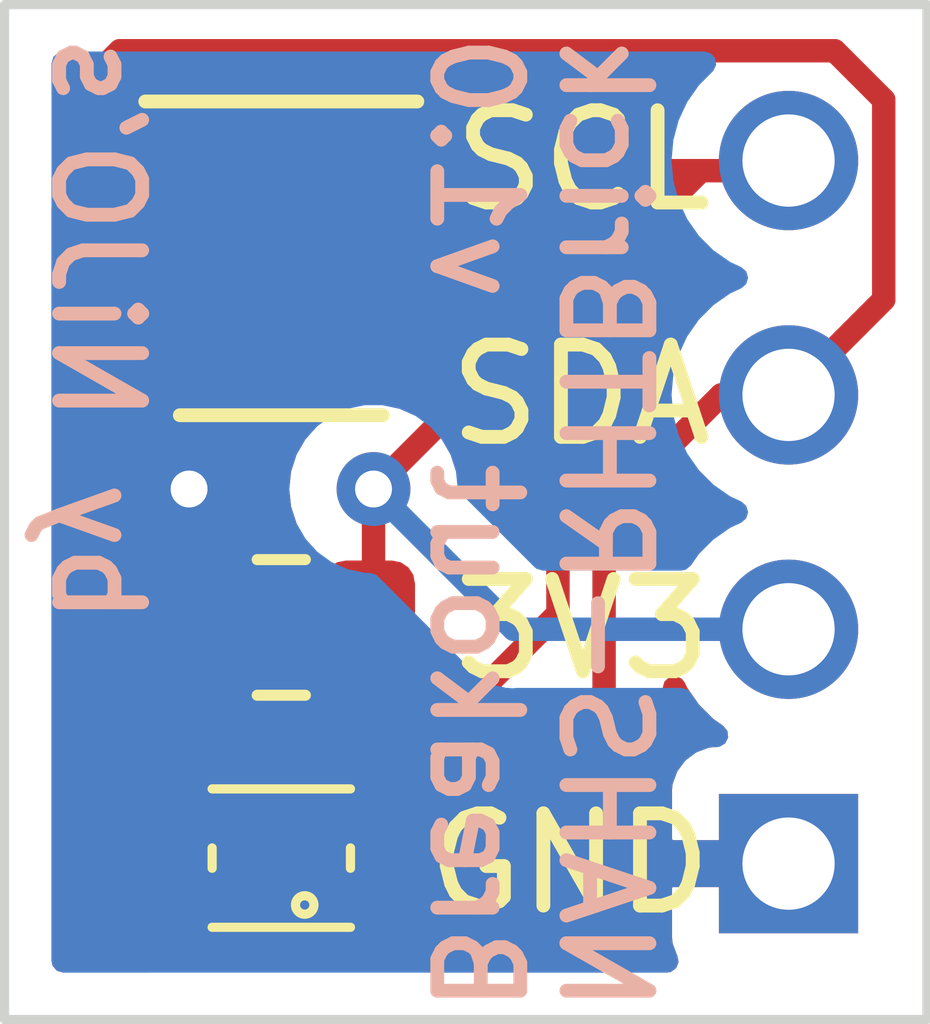
<source format=kicad_pcb>
(kicad_pcb (version 20211014) (generator pcbnew)
  (layers (0 "F.Cu" jumper) (31 "B.Cu" signal) (34 "B.Paste" user) (35 "F.Paste" user) (36 "B.SilkS" user "B.Silkscreen") (37 "F.SilkS" user "F.Silkscreen") (38 "B.Mask" user) (39 "F.Mask" user) (44 "Edge.Cuts" user))
  (net 0 "")
  (net 1 "GND")
  (net 5 "+3V3")
  (net 6 "SDA")
  (net 7 "SCL")
  (footprint "no_pinhd:PINHD_1X04_2.54_1mm_Round" (layer "F.Cu") (at 148.5 105.5 90)
    (property "Reference" "JP1")
    (property "Value" "RHT-ALT")
    (fp_text reference "JP1" hide)
    (fp_text value "PINHD_1X04" hide)
    (pad "1" thru_hole rect (at -3.81 0 90) (size 1.51 1.51) (drill 1) (layers *.Cu *.Mask) (net 1 "GND"))
    (pad "2" thru_hole circle (at -1.27 0 90) (size 1.51 1.51) (drill 1) (layers *.Cu *.Mask) (net 5 "+3V3"))
    (pad "3" thru_hole circle (at 1.27 0 90) (size 1.51 1.51) (drill 1) (layers *.Cu *.Mask) (net 6 "SDA"))
    (pad "4" thru_hole circle (at 3.81 0 90) (size 1.51 1.51) (drill 1) (layers *.Cu *.Mask) (net 7 "SCL"))
  )
  (footprint "no_common:C_0805_2012Metric" (layer "F.Cu") (at 143 106.75 180)
    (property "Reference" "C1")
    (property "Value" "100nF")
    (fp_text reference "C1" hide)
    (fp_text value "100nF" hide)
    (fp_line (start -0.261252 -0.735) (end 0.261252 -0.735) (layer "F.SilkS") (width 0.12))
    (fp_line (start -0.261252 0.735) (end 0.261252 0.735) (layer "F.SilkS") (width 0.12))
    (pad "1" smd roundrect (at -0.95 0 180) (size 1 1.45) (layers "F.Cu" "F.Mask") (net 5 "+3V3"))
    (pad "2" smd roundrect (at 0.95 0 180) (size 1 1.45) (layers "F.Cu" "F.Mask") (net 1 "GND"))
  )
  (footprint "Package_SON:Texas_PWSON-N6" (layer "F.Cu") (at 143 102.75)
    (fp_text reference "U1" hide)
    (fp_text value "HDC1080" hide)
    (fp_line (start 1.475 -1.7) (end -1.475 -1.7) (layer "F.SilkS") (width 0.15))
    (fp_line (start 1.1 1.7) (end -1.1 1.7) (layer "F.SilkS") (width 0.15))
    (pad "1" smd rect (at -1.4 -0.95) (size 0.6 0.4) (layers "F.Cu" "F.Paste" "F.Mask") (net 6 "SDA"))
    (pad "2" smd rect (at -1.4 0) (size 0.6 0.4) (layers "F.Cu" "F.Paste" "F.Mask") (net 1 "GND"))
    (pad "3" smd rect (at -1.4 0.95) (size 0.6 0.4) (layers "F.Cu" "F.Paste" "F.Mask"))
    (pad "4" smd rect (at 1.4 0.95) (size 0.6 0.4) (layers "F.Cu" "F.Paste" "F.Mask"))
    (pad "5" smd rect (at 1.4 0) (size 0.6 0.4) (layers "F.Cu" "F.Paste" "F.Mask") (net 5 "+3V3"))
    (pad "6" smd rect (at 1.4 -0.95) (size 0.6 0.4) (layers "F.Cu" "F.Paste" "F.Mask") (net 7 "SCL"))
    (pad "7" smd rect (at 0 0) (size 1.5 2.4) (layers "F.Cu" "F.Paste" "F.Mask"))
  )
  (footprint "no_common:SHT4xA" (layer "F.Cu") (at 143 109.25 180)
    (fp_text reference "U2" hide)
    (fp_text value "SHT40A" hide)
    (fp_line (start -0.75 0.75) (end 0.75 0.75) (layer "F.SilkS") (width 0.1))
    (fp_line (start -0.75 -0.11) (end -0.75 0.11) (layer "F.SilkS") (width 0.1))
    (fp_line (start 0.75 -0.11) (end 0.75 0.11) (layer "F.SilkS") (width 0.1))
    (fp_line (start -0.75 -0.75) (end 0.75 -0.75) (layer "F.SilkS") (width 0.1))
    (fp_circle (center -0.254 -0.508) (end -0.154 -0.508) (layer "F.SilkS") (width 0.1) (fill none))
    (pad "1" smd rect (at -0.75 -0.4 180) (size 0.6 0.45) (layers "F.Cu" "F.Paste" "F.Mask") (net 6 "SDA"))
    (pad "2" smd rect (at -0.75 0.4 180) (size 0.6 0.45) (layers "F.Cu" "F.Paste" "F.Mask") (net 7 "SCL"))
    (pad "3" smd rect (at 0.75 0.4 180) (size 0.6 0.45) (layers "F.Cu" "F.Paste" "F.Mask") (net 5 "+3V3"))
    (pad "4" smd rect (at 0.75 -0.4 180) (size 0.6 0.45) (layers "F.Cu" "F.Paste" "F.Mask") (net 1 "GND"))
    (zone (net 0) (net_name "") (layer "F.Cu") (connect_pads (clearance 0)) (min_thickness 0.254)
      (keepout (tracks not_allowed) (vias not_allowed) (pads not_allowed) (copperpour not_allowed) (footprints allowed))
      (fill (thermal_gap 0.508) (thermal_bridge_width 0.508))
      (polygon (pts (xy 142.619 108.615) (xy 143.381 108.615) (xy 143.381 109.885) (xy 142.619 109.885)))
    )
  )
  (gr_line (start 140 111) (end 140 100) (layer "Edge.Cuts") (width 0.1))
  (gr_line (start 150 100) (end 150 111) (layer "Edge.Cuts") (width 0.1))
  (gr_line (start 150 111) (end 140 111) (layer "Edge.Cuts") (width 0.1))
  (gr_line (start 140 100) (end 150 100) (layer "Edge.Cuts") (width 0.1))
  (gr_text "v1.0" (at 145.1 100.25 270) (layer "B.SilkS") (effects (font (size 0.9 0.9)) (justify right mirror)))
  (gr_text "by NiJO's" (at 141 100.25 270) (layer "B.SilkS") (effects (font (size 0.9 0.9)) (justify right mirror)))
  (gr_text "NAHS-RHTBrick" (at 146.5 111 270) (layer "B.SilkS") (effects (font (size 0.9 0.9)) (justify left mirror)))
  (gr_text "Breakout" (at 145.1 111 270) (layer "B.SilkS") (effects (font (size 0.9 0.9)) (justify left mirror)))
  (gr_text "3V3" (at 147.75 106.77) (layer "F.SilkS") (effects (font (size 1 1)) (justify right)))
  (gr_text "GND" (at 147.75 109.31) (layer "F.SilkS") (effects (font (size 1 1)) (justify right)))
  (gr_text "SDA" (at 147.75 104.23) (layer "F.SilkS") (effects (font (size 1 1)) (justify right)))
  (gr_text "SCL" (at 147.75 101.69) (layer "F.SilkS") (effects (font (size 1 1)) (justify right)))
  (segment (start 142 105.25) (end 140.75 104) (width 0.254) (layer "F.Cu") (net 1))
  (segment (start 141.65 109.65) (end 141.5 109.5) (width 0.254) (layer "F.Cu") (net 1))
  (segment (start 141.5 107.3) (end 142.05 106.75) (width 0.254) (layer "F.Cu") (net 1))
  (segment (start 142 106.7) (end 142.05 106.75) (width 0.254) (layer "F.Cu") (net 1))
  (segment (start 142.25 109.65) (end 141.65 109.65) (width 0.254) (layer "F.Cu") (net 1))
  (segment (start 141.5 109.5) (end 141.5 107.3) (width 0.254) (layer "F.Cu") (net 1))
  (segment (start 140.75 103.5) (end 141.5 102.75) (width 0.254) (layer "F.Cu") (net 1))
  (segment (start 141.5 102.75) (end 141.6 102.75) (width 0.254) (layer "F.Cu") (net 1))
  (segment (start 142 105.25) (end 142 106.7) (width 0.254) (layer "F.Cu") (net 1))
  (segment (start 140.75 104) (end 140.75 103.5) (width 0.254) (layer "F.Cu") (net 1))
  (via (at 142 105.25) (size 0.8) (drill 0.4) (layers "F.Cu" "B.Cu") (net 1))
  (segment (start 148.5 109.31) (end 146.06 109.31) (width 0.254) (layer "B.Cu") (net 1))
  (segment (start 146.06 109.31) (end 142 105.25) (width 0.254) (layer "B.Cu") (net 1))
  (segment (start 145.25 103.496) (end 144.504 102.75) (width 0.254) (layer "F.Cu") (net 5))
  (segment (start 143.95 107.104394) (end 143.95 106.75) (width 0.254) (layer "F.Cu") (net 5))
  (segment (start 142.25 108.804394) (end 143.95 107.104394) (width 0.254) (layer "F.Cu") (net 5))
  (segment (start 144 105.25) (end 145.25 104) (width 0.254) (layer "F.Cu") (net 5))
  (segment (start 144 106.7) (end 143.95 106.75) (width 0.254) (layer "F.Cu") (net 5))
  (segment (start 144.504 102.75) (end 144.4 102.75) (width 0.254) (layer "F.Cu") (net 5))
  (segment (start 144 105.25) (end 144 106.7) (width 0.254) (layer "F.Cu") (net 5))
  (segment (start 145.25 104) (end 145.25 103.496) (width 0.254) (layer "F.Cu") (net 5))
  (segment (start 142.25 108.85) (end 142.25 108.804394) (width 0.254) (layer "F.Cu") (net 5))
  (via (at 144 105.25) (size 0.8) (drill 0.4) (layers "F.Cu" "B.Cu") (net 5))
  (segment (start 148.5 106.77) (end 145.52 106.77) (width 0.254) (layer "B.Cu") (net 5))
  (segment (start 145.52 106.77) (end 144 105.25) (width 0.254) (layer "B.Cu") (net 5))
  (segment (start 144.304 109.65) (end 146.5 107.454) (width 0.254) (layer "F.Cu") (net 6))
  (segment (start 141 101.5) (end 141.3 101.8) (width 0.254) (layer "F.Cu") (net 6))
  (segment (start 149.532 103.198) (end 149.532 101.032) (width 0.254) (layer "F.Cu") (net 6))
  (segment (start 149 100.5) (end 141.25 100.5) (width 0.254) (layer "F.Cu") (net 6))
  (segment (start 143.75 109.65) (end 144.304 109.65) (width 0.254) (layer "F.Cu") (net 6))
  (segment (start 149.532 101.032) (end 149 100.5) (width 0.254) (layer "F.Cu") (net 6))
  (segment (start 148.5 104.23) (end 149.532 103.198) (width 0.254) (layer "F.Cu") (net 6))
  (segment (start 147.77 104.23) (end 148.5 104.23) (width 0.254) (layer "F.Cu") (net 6))
  (segment (start 141.3 101.8) (end 141.6 101.8) (width 0.254) (layer "F.Cu") (net 6))
  (segment (start 146.5 105.5) (end 147.77 104.23) (width 0.254) (layer "F.Cu") (net 6))
  (segment (start 141.25 100.5) (end 141 100.75) (width 0.254) (layer "F.Cu") (net 6))
  (segment (start 141 100.75) (end 141 101.5) (width 0.254) (layer "F.Cu") (net 6))
  (segment (start 146.5 107.454) (end 146.5 105.5) (width 0.254) (layer "F.Cu") (net 6))
  (segment (start 146 103.35) (end 147.55 101.8) (width 0.254) (layer "F.Cu") (net 7))
  (segment (start 147.55 101.8) (end 148.39 101.8) (width 0.254) (layer "F.Cu") (net 7))
  (segment (start 146 106.6) (end 146 103.35) (width 0.254) (layer "F.Cu") (net 7))
  (segment (start 148.39 101.8) (end 148.5 101.69) (width 0.254) (layer "F.Cu") (net 7))
  (segment (start 144.4 101.8) (end 147.55 101.8) (width 0.254) (layer "F.Cu") (net 7))
  (segment (start 143.75 108.85) (end 146 106.6) (width 0.254) (layer "F.Cu") (net 7))
  (zone (net 1) (net_name "GND") (layers F&B.Cu) (connect_pads (clearance 0.508)) (min_thickness 0.254) (fill yes (thermal_gap 0.508) (thermal_bridge_width 0.508))
    (polygon (pts (xy 150 111) (xy 140 111) (xy 140 100) (xy 150 100)))
  )
)
</source>
